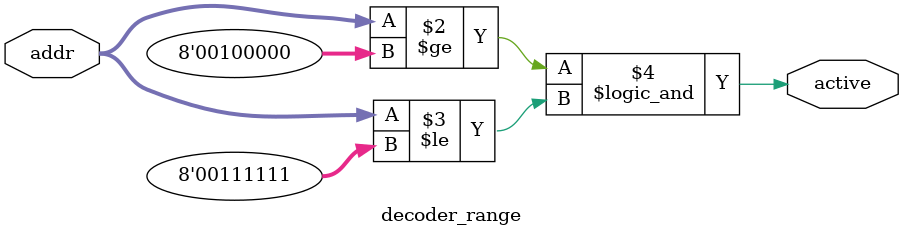
<source format=sv>
module decoder_range #(MIN=8'h20, MAX=8'h3F) (
    input [7:0] addr,
    output reg active
);
always @* begin
    active = (addr >= MIN) && (addr <= MAX);
end
endmodule
</source>
